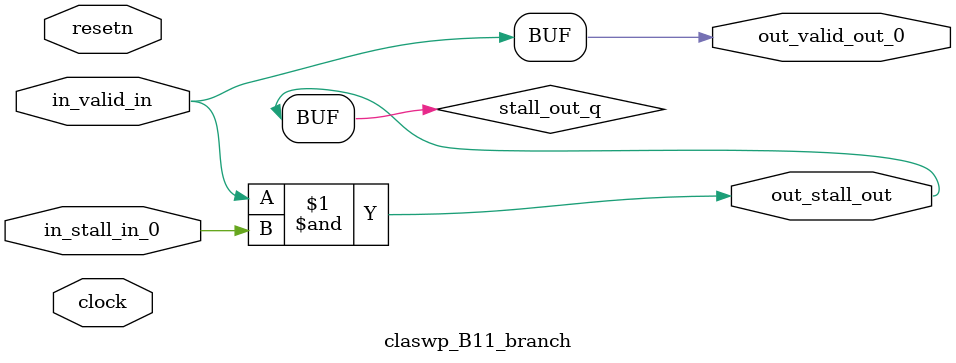
<source format=sv>



(* altera_attribute = "-name AUTO_SHIFT_REGISTER_RECOGNITION OFF; -name MESSAGE_DISABLE 10036; -name MESSAGE_DISABLE 10037; -name MESSAGE_DISABLE 14130; -name MESSAGE_DISABLE 14320; -name MESSAGE_DISABLE 15400; -name MESSAGE_DISABLE 14130; -name MESSAGE_DISABLE 10036; -name MESSAGE_DISABLE 12020; -name MESSAGE_DISABLE 12030; -name MESSAGE_DISABLE 12010; -name MESSAGE_DISABLE 12110; -name MESSAGE_DISABLE 14320; -name MESSAGE_DISABLE 13410; -name MESSAGE_DISABLE 113007; -name MESSAGE_DISABLE 10958" *)
module claswp_B11_branch (
    input wire [0:0] in_stall_in_0,
    input wire [0:0] in_valid_in,
    output wire [0:0] out_stall_out,
    output wire [0:0] out_valid_out_0,
    input wire clock,
    input wire resetn
    );

    wire [0:0] stall_out_q;


    // stall_out(LOGICAL,6)
    assign stall_out_q = in_valid_in & in_stall_in_0;

    // out_stall_out(GPOUT,4)
    assign out_stall_out = stall_out_q;

    // out_valid_out_0(GPOUT,5)
    assign out_valid_out_0 = in_valid_in;

endmodule

</source>
